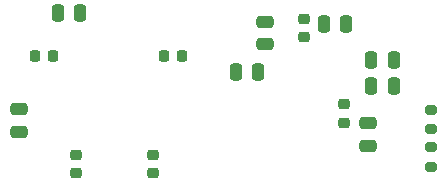
<source format=gbr>
%TF.GenerationSoftware,KiCad,Pcbnew,8.0.0*%
%TF.CreationDate,2024-03-06T15:24:16+01:00*%
%TF.ProjectId,EffectsPaddleBoard,45666665-6374-4735-9061-64646c65426f,rev?*%
%TF.SameCoordinates,Original*%
%TF.FileFunction,Paste,Bot*%
%TF.FilePolarity,Positive*%
%FSLAX46Y46*%
G04 Gerber Fmt 4.6, Leading zero omitted, Abs format (unit mm)*
G04 Created by KiCad (PCBNEW 8.0.0) date 2024-03-06 15:24:16*
%MOMM*%
%LPD*%
G01*
G04 APERTURE LIST*
G04 Aperture macros list*
%AMRoundRect*
0 Rectangle with rounded corners*
0 $1 Rounding radius*
0 $2 $3 $4 $5 $6 $7 $8 $9 X,Y pos of 4 corners*
0 Add a 4 corners polygon primitive as box body*
4,1,4,$2,$3,$4,$5,$6,$7,$8,$9,$2,$3,0*
0 Add four circle primitives for the rounded corners*
1,1,$1+$1,$2,$3*
1,1,$1+$1,$4,$5*
1,1,$1+$1,$6,$7*
1,1,$1+$1,$8,$9*
0 Add four rect primitives between the rounded corners*
20,1,$1+$1,$2,$3,$4,$5,0*
20,1,$1+$1,$4,$5,$6,$7,0*
20,1,$1+$1,$6,$7,$8,$9,0*
20,1,$1+$1,$8,$9,$2,$3,0*%
G04 Aperture macros list end*
%ADD10RoundRect,0.250000X0.475000X-0.250000X0.475000X0.250000X-0.475000X0.250000X-0.475000X-0.250000X0*%
%ADD11RoundRect,0.225000X-0.225000X-0.250000X0.225000X-0.250000X0.225000X0.250000X-0.225000X0.250000X0*%
%ADD12RoundRect,0.250000X-0.250000X-0.475000X0.250000X-0.475000X0.250000X0.475000X-0.250000X0.475000X0*%
%ADD13RoundRect,0.250000X0.250000X0.475000X-0.250000X0.475000X-0.250000X-0.475000X0.250000X-0.475000X0*%
%ADD14RoundRect,0.225000X0.250000X-0.225000X0.250000X0.225000X-0.250000X0.225000X-0.250000X-0.225000X0*%
%ADD15RoundRect,0.250000X-0.475000X0.250000X-0.475000X-0.250000X0.475000X-0.250000X0.475000X0.250000X0*%
%ADD16RoundRect,0.225000X-0.250000X0.225000X-0.250000X-0.225000X0.250000X-0.225000X0.250000X0.225000X0*%
%ADD17RoundRect,0.225000X0.225000X0.250000X-0.225000X0.250000X-0.225000X-0.250000X0.225000X-0.250000X0*%
%ADD18RoundRect,0.200000X0.275000X-0.200000X0.275000X0.200000X-0.275000X0.200000X-0.275000X-0.200000X0*%
G04 APERTURE END LIST*
D10*
%TO.C,C40*%
X144900000Y-103050000D03*
X144900000Y-101150000D03*
%TD*%
D11*
%TO.C,C1*%
X146200000Y-96600000D03*
X147750000Y-96600000D03*
%TD*%
D12*
%TO.C,C14*%
X174700000Y-97000000D03*
X176600000Y-97000000D03*
%TD*%
%TO.C,C6*%
X148150000Y-93000000D03*
X150050000Y-93000000D03*
%TD*%
D13*
%TO.C,C16*%
X165150000Y-98000000D03*
X163250000Y-98000000D03*
%TD*%
D14*
%TO.C,C5*%
X156200000Y-106550000D03*
X156200000Y-105000000D03*
%TD*%
D15*
%TO.C,C34*%
X174400000Y-102350000D03*
X174400000Y-104250000D03*
%TD*%
D12*
%TO.C,C36*%
X170700000Y-93900000D03*
X172600000Y-93900000D03*
%TD*%
D10*
%TO.C,C18*%
X165750000Y-95650000D03*
X165750000Y-93750000D03*
%TD*%
D14*
%TO.C,C4*%
X149700000Y-106575000D03*
X149700000Y-105025000D03*
%TD*%
D16*
%TO.C,C33*%
X172400000Y-100745000D03*
X172400000Y-102295000D03*
%TD*%
D14*
%TO.C,C35*%
X169000000Y-95025000D03*
X169000000Y-93475000D03*
%TD*%
D17*
%TO.C,C2*%
X158700000Y-96600000D03*
X157150000Y-96600000D03*
%TD*%
D18*
%TO.C,R12*%
X179800000Y-102825000D03*
X179800000Y-101175000D03*
%TD*%
%TO.C,R5*%
X179800000Y-106000000D03*
X179800000Y-104350000D03*
%TD*%
D12*
%TO.C,C12*%
X174700000Y-99200000D03*
X176600000Y-99200000D03*
%TD*%
M02*

</source>
